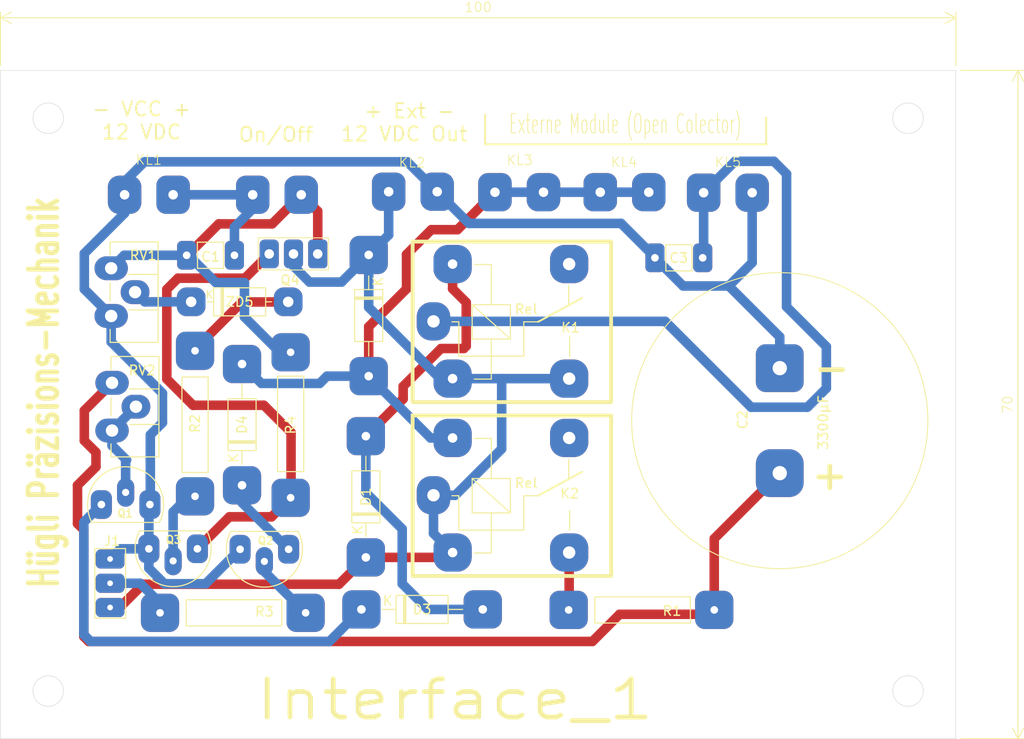
<source format=kicad_pcb>
(kicad_pcb (version 20241229) (generator "pcbnew") (generator_version "9.0")
  (title_block (title "Interface_1") (date "12.01.2026") (rev "0.0-1") (company "Hügli Präzisions-Mechanik"))
  (layers (0 "F.Cu" signal) (2 "B.Cu" signal) (13 "F.Paste" user) (15 "B.Paste" user) (5 "F.SilkS" user "F.Silkscreen") (7 "B.SilkS" user "B.Silkscreen") (1 "F.Mask" user) (3 "B.Mask" user) (25 "Edge.Cuts" user))
  (net 0 "")
  (net 1 "Net-(KL1-Pin_1)")
  (net 2 "Net-(D1-K)")
  (net 3 "Net-(C2-Pad1)")
  (net 4 "Net-(KL5-Pin_1)")
  (net 5 "Net-(D1-A)")
  (net 6 "Net-(D2-A)")
  (net 7 "Net-(D3-K)")
  (net 8 "Net-(D4-K)")
  (net 9 "Net-(J1-Pin_2)")
  (net 10 "Net-(Q1-B)")
  (net 11 "Net-(Q2-B)")
  (net 12 "Net-(J1-Pin_3)")
  (net 13 "Net-(Q3-B)")
  (net 14 "Net-(Q3-C)")
  (net 15 "Net-(Q4-S)")
  (net 17 "Net-(K2-Pad3)")
  (net 19 "Net-(ZD5-A)")
  (net 20 "Net-(ZD5-K)")
  (footprint "Eigene Footpriths:Relay_1 x Um_Print_SRD" (layer "F.Cu") (at 92.6084 72.4438)
    (property "Reference" "K2" (at 14.2494 -0.1808 0) (layer "F.SilkS"))
    (property "Value" "Relay_SRD" (hide yes))
    (fp_line (start 2.65 0.05) (end 1.9304 0.05) (stroke (width 0.12)) (layer "F.SilkS"))
    (fp_line (start 2.65 0.05) (end 2.65 3.65) (stroke (width 0.12)) (layer "F.SilkS"))
    (fp_line (start 4.05 -1.75) (end 8.05 -1.75) (stroke (width 0.12)) (layer "F.SilkS"))
    (fp_line (start 4.05 1.85) (end 4.05 -1.75) (stroke (width 0.12)) (layer "F.SilkS"))
    (fp_line (start 4.2672 6.05) (end 6.05 6.05) (stroke (width 0.12)) (layer "F.SilkS"))
    (fp_line (start 6.05 -5.95) (end 4.2926 -5.95) (stroke (width 0.12)) (layer "F.SilkS"))
    (fp_line (start 6.05 -5.95) (end 6.05 -1.75) (stroke (width 0.12)) (layer "F.SilkS"))
    (fp_line (start 6.05 1.85) (end 6.05 6.05) (stroke (width 0.12)) (layer "F.SilkS"))
    (fp_line (start 8.05 -1.75) (end 8.05 1.85) (stroke (width 0.12)) (layer "F.SilkS"))
    (fp_line (start 8.05 1.85) (end 4.05 -1.75) (stroke (width 0.12)) (layer "F.SilkS"))
    (fp_line (start 8.05 1.85) (end 4.05 1.85) (stroke (width 0.12)) (layer "F.SilkS"))
    (fp_line (start 9.45 0.05) (end 9.45 3.65) (stroke (width 0.12)) (layer "F.SilkS"))
    (fp_line (start 9.45 0.05) (end 10.95 0.05) (stroke (width 0.12)) (layer "F.SilkS"))
    (fp_line (start 9.45 3.65) (end 2.65 3.65) (stroke (width 0.12)) (layer "F.SilkS"))
    (fp_line (start 10.95 0.05) (end 15.55 -2.45) (stroke (width 0.2)) (layer "F.SilkS"))
    (fp_line (start 14.15 -3.7592) (end 14.15 -1.7) (stroke (width 0.12)) (layer "F.SilkS"))
    (fp_line (start 14.2494 1.612) (end 14.2494 3.6712) (stroke (width 0.12)) (layer "F.SilkS"))
    (fp_rect (start -2.1844 -8.3566) (end 18.5928 8.4582) (stroke (width 0.4)) (fill no) (layer "F.SilkS"))
    (fp_text user "Rel" (at 9.7028 -1.27 0) (layer "F.SilkS"))
    (pad "1" thru_hole roundrect (at 0 0 90) (size 4 3.5) (drill 1.3) (layers "*.Cu" "*.Mask") (roundrect_rratio 0.4285714286) (net 2 "Net-(D1-K)"))
    (pad "2" thru_hole roundrect (at 2 6 90) (size 4 4) (drill 1) (layers "*.Cu" "*.Mask") (roundrect_rratio 0.375) (net 2 "Net-(D1-K)"))
    (pad "3" thru_hole roundrect (at 14.2 6 90) (size 4 4) (drill 1.3) (layers "*.Cu" "*.Mask") (roundrect_rratio 0.375) (net 17 "Net-(K2-Pad3)"))
    (pad "4" thru_hole roundrect (at 14.2 -6 90) (size 4 4) (drill 1.3) (layers "*.Cu" "*.Mask") (roundrect_rratio 0.375))
    (pad "5" thru_hole roundrect (at 2 -6 90) (size 4 4) (drill 1) (layers "*.Cu" "*.Mask") (roundrect_rratio 0.375) (net 6 "Net-(D2-A)"))
  )
  (footprint "Eigene Footpriths:C-Keramic" (layer "F.Cu") (at 71.77295 47.3066 180)
    (property "Reference" "C1" (at 2.4892 -0.1524 0) (layer "F.SilkS"))
    (property "Value" "C_Small" (hide yes))
    (fp_line (start 3.88713 1.370496) (end 1.143 1.3716) (stroke (width 0.12)) (layer "F.SilkS"))
    (fp_line (start 3.8608 -1.37) (end 3.886423 1.37) (stroke (width 0.12)) (layer "F.SilkS"))
    (fp_line (start 1.143 1.3716) (end 1.143 -1.3623) (stroke (width 0.12)) (layer "F.SilkS"))
    (fp_line (start 1.143 -1.3716) (end 3.8608 -1.37) (stroke (width 0.12)) (layer "F.SilkS"))
    (pad "1" thru_hole roundrect (at 0 0 180) (size 2 3) (drill 0.8) (layers "*.Cu" "*.Mask") (net 1 "Net-(KL1-Pin_1)"))
    (pad "2" thru_hole roundrect (at 5 0 180) (size 2 3) (drill 0.8) (layers "*.Cu" "*.Mask") (net 15 "Net-(Q4-S)"))
  )
  (footprint "Eigene Footpriths:Schraubklemme" (layer "F.Cu") (at 110.06535 40.7026)
    (property "Reference" "KL4" (at 2.4892 -3.1496 0) (layer "F.SilkS") (effects (font (thickness 0.1))))
    (property "Value" "Schraubklemme" (hide yes))
    (pad "1" thru_hole roundrect (at 0 0) (size 3.5 4) (drill 1) (layers "*.Cu" "*.Mask") (roundrect_rratio 0.2857142857) (net 6 "Net-(D2-A)") (clearance 0))
    (pad "2" thru_hole roundrect (at 5.08 0) (size 3.5 4) (drill 1) (layers "*.Cu" "*.Mask") (roundrect_rratio 0.3333333333) (net 6 "Net-(D2-A)") (clearance 0))
  )
  (footprint "Eigene Footpriths:Schraubklemme" (layer "F.Cu") (at 120.88575 40.7534)
    (property "Reference" "KL5" (at 2.54 -3.2004 0) (layer "F.SilkS") (effects (font (thickness 0.1))))
    (property "Value" "Schraubklemme" (hide yes))
    (pad "1" thru_hole roundrect (at 0 0) (size 3.5 4) (drill 1) (layers "*.Cu" "*.Mask") (roundrect_rratio 0.2857142857) (net 4 "Net-(KL5-Pin_1)") (clearance 0))
    (pad "2" thru_hole roundrect (at 5.08 0) (size 3.5 4) (drill 1) (layers "*.Cu" "*.Mask") (roundrect_rratio 0.3333333333) (net 12 "Net-(J1-Pin_3)") (clearance 0))
  )
  (footprint "Eigene Footpriths:Z-Diode" (layer "F.Cu") (at 67.24095 52.1834)
    (property "Reference" "ZD5" (at 5.08 0 0) (layer "F.SilkS"))
    (property "Value" "Z-Diode 9.1V" (hide yes))
    (fp_line (start 1.7018 0) (end 2.36 0) (stroke (width 0.12)) (layer "F.SilkS"))
    (fp_line (start 3.14 -1.47) (end 3.14 1.47) (stroke (width 0.12)) (layer "F.SilkS"))
    (fp_line (start 3.26 -1.47) (end 3.26 1.47) (stroke (width 0.12)) (layer "F.SilkS"))
    (fp_line (start 3.38 -1.47) (end 3.38 1.47) (stroke (width 0.12)) (layer "F.SilkS"))
    (fp_line (start 8.4074 0) (end 7.8 0) (stroke (width 0.12)) (layer "F.SilkS"))
    (fp_rect (start 2.36 -1.47) (end 7.8 1.47) (stroke (width 0.12)) (fill no) (layer "F.SilkS"))
    (fp_text user "K" (at 1.92325 -0.7484 0) (layer "F.SilkS") (effects (font (size 0.8 0.8) (thickness 0.125))))
    (pad "1" thru_hole roundrect (at 0 0) (size 3 3) (drill 1.1) (layers "*.Cu" "*.Mask") (roundrect_rratio 0.3333333333) (net 20 "Net-(ZD5-K)"))
    (pad "2" thru_hole roundrect (at 10.16 0) (size 3 3) (drill 1.1) (layers "*.Cu" "*.Mask") (roundrect_rratio 0.3333333333) (net 19 "Net-(ZD5-A)"))
  )
  (footprint "Eigene Footpriths:TO-220-3_Vertical" (layer "F.Cu") (at 75.4126 47.1678)
    (property "Reference" "Q4" (at 2.1844 2.7432 0) (layer "F.SilkS"))
    (property "Value" "MOSFET_P-Kanal_TO220" (hide yes))
    (fp_rect (start -1.1498 -1.691) (end 6.2095 1.68) (stroke (width 0.1)) (fill no) (layer "F.SilkS"))
    (pad "1" thru_hole roundrect (at 0 0) (size 2 3) (drill 1) (layers "*.Cu" "*.Mask") (net 14 "Net-(Q3-C)"))
    (pad "2" thru_hole roundrect (at 2.54 0) (size 2 3) (drill 1) (layers "*.Cu" "*.Mask") (net 2 "Net-(D1-K)"))
    (pad "3" thru_hole roundrect (at 5.08 0) (size 2 3) (drill 1) (layers "*.Cu" "*.Mask") (roundrect_rratio 0.2) (net 15 "Net-(Q4-S)"))
  )
  (footprint "Eigene Footpriths:Widerstand 15.24  mm" (layer "F.Cu") (at 67.64735 72.5542 90)
    (property "Reference" "R2" (at 7.62 0 90) (layer "F.SilkS"))
    (property "Value" "1K" (hide yes))
    (fp_rect (start 2.5 -1.37) (end 12.5 1.37) (stroke (width 0.12)) (fill no) (layer "F.SilkS"))
    (pad "1" thru_hole roundrect (at 0 0 90) (size 4 4) (drill 0.8) (layers "*.Cu" "*.Mask") (net 13 "Net-(Q3-B)"))
    (pad "2" thru_hole roundrect (at 15.24 0 90) (size 4 4) (drill 0.8) (layers "*.Cu" "*.Mask") (net 19 "Net-(ZD5-A)"))
  )
  (footprint "Eigene Footpriths:Schraubklemme" (layer "F.Cu") (at 87.91655 40.6518)
    (property "Reference" "KL2" (at 2.4384 -3.048 0) (layer "F.SilkS") (effects (font (thickness 0.1))))
    (property "Value" "Schraubklemme" (hide yes))
    (pad "1" thru_hole roundrect (at 0 0) (size 3.5 4) (drill 1) (layers "*.Cu" "*.Mask") (roundrect_rratio 0.2857142857) (net 2 "Net-(D1-K)") (clearance 0))
    (pad "2" thru_hole roundrect (at 5.08 0) (size 3.5 4) (drill 1) (layers "*.Cu" "*.Mask") (roundrect_rratio 0.3333333333) (net 12 "Net-(J1-Pin_3)") (clearance 0))
  )
  (footprint "Eigene Footpriths:Stiftanschluss_3_Pin" (layer "F.Cu") (at 58.75735 84.201 180)
    (property "Reference" "J1" (at -0.19605 6.9596 0) (layer "F.SilkS"))
    (property "Value" "Conn_01x03_Pin" (hide yes))
    (fp_line (start 1.6002 -1.1176) (end 1.6002 6.1722) (stroke (width 0.12)) (layer "F.SilkS"))
    (fp_line (start -1.6002 -1.1176) (end 1.6002 -1.1176) (stroke (width 0.12)) (layer "F.SilkS"))
    (fp_line (start -1.6086 6.1722) (end 1.6002 6.1722) (stroke (width 0.12)) (layer "F.SilkS"))
    (fp_line (start -1.625881 -1.1176) (end -1.616913 6.1722) (stroke (width 0.12)) (layer "F.SilkS"))
    (pad "1" thru_hole roundrect (at 0 0 180) (size 3 2) (drill 0.6) (layers "*.Cu" "*.Mask") (net 2 "Net-(D1-K)"))
    (pad "2" thru_hole roundrect (at 0 2.54 180) (size 3 2) (drill 0.6) (layers "*.Cu" "*.Mask") (net 9 "Net-(J1-Pin_2)"))
    (pad "3" thru_hole roundrect (at 0 5.08 180) (size 3 2) (drill 0.6) (layers "*.Cu" "*.Mask") (net 12 "Net-(J1-Pin_3)"))
  )
  (footprint "Eigene Footpriths:Diode 12.7mm" (layer "F.Cu") (at 72.5678 71.3994 90)
    (property "Reference" "D4" (at 6.35 0 90) (layer "F.SilkS"))
    (property "Value" "1N4007" (hide yes))
    (fp_line (start 4.65 -1.47) (end 4.65 1.47) (stroke (width 0.12)) (layer "F.SilkS"))
    (fp_line (start 4.53 -1.47) (end 4.53 1.47) (stroke (width 0.12)) (layer "F.SilkS"))
    (fp_line (start 4.41 -1.47) (end 4.41 1.47) (stroke (width 0.12)) (layer "F.SilkS"))
    (fp_line (start 10.6 0) (end 9.07 0) (stroke (width 0.12)) (layer "F.SilkS"))
    (fp_line (start 2.2 0) (end 3.63 0) (stroke (width 0.12)) (layer "F.SilkS"))
    (fp_rect (start 3.63 -1.47) (end 9.07 1.47) (stroke (width 0.12)) (fill no) (layer "F.SilkS"))
    (fp_text user "K" (at 2.8584 -0.90725 90) (layer "F.SilkS"))
    (pad "1" thru_hole roundrect (at 0 0 90) (size 4 4) (drill 0.9) (layers "*.Cu" "*.Mask") (net 8 "Net-(D4-K)"))
    (pad "2" thru_hole roundrect (at 12.7 0 90) (size 4 4) (drill 0.9) (layers "*.Cu" "*.Mask") (net 6 "Net-(D2-A)"))
  )
  (footprint "Eigene Footpriths:Widerstand 15.24  mm" (layer "F.Cu") (at 121.9962 84.455 180)
    (property "Reference" "R1" (at 4.4196 -0.0996 0) (layer "F.SilkS"))
    (property "Value" "120R" (hide yes))
    (fp_rect (start 2.5 -1.37) (end 12.5 1.37) (stroke (width 0.12)) (fill no) (layer "F.SilkS"))
    (pad "1" thru_hole roundrect (at 0 0 180) (size 4 4) (drill 0.8) (layers "*.Cu" "*.Mask") (net 3 "Net-(C2-Pad1)"))
    (pad "2" thru_hole roundrect (at 15.24 0 180) (size 4 4) (drill 0.8) (layers "*.Cu" "*.Mask") (net 17 "Net-(K2-Pad3)"))
  )
  (footprint "Eigene Footpriths:Schalter Anschluss" (layer "F.Cu") (at 73.6854 40.9702)
    (property "Reference" "SW1" (hide yes))
    (property "Value" "Ein/Aus Schalter" (hide yes))
    (pad "1" thru_hole roundrect (at 0 0) (size 3.5 4) (drill 1) (layers "*.Cu" "*.Mask") (roundrect_rratio 0.2857142857) (net 1 "Net-(KL1-Pin_1)") (clearance 0))
    (pad "2" thru_hole roundrect (at 5.08 0) (size 3.5 4) (drill 1) (layers "*.Cu" "*.Mask") (roundrect_rratio 0.3333333333) (net 15 "Net-(Q4-S)") (clearance 0))
  )
  (footprint "Eigene Footpriths:Diode 12.7mm" (layer "F.Cu") (at 85.8266 47.2694 -90)
    (property "Reference" "D2" (hide yes))
    (property "Value" "1N4001" (hide yes))
    (fp_line (start 2.2 0) (end 3.63 0) (stroke (width 0.12)) (layer "F.SilkS"))
    (fp_line (start 10.6 0) (end 9.07 0) (stroke (width 0.12)) (layer "F.SilkS"))
    (fp_line (start 4.41 -1.47) (end 4.41 1.47) (stroke (width 0.12)) (layer "F.SilkS"))
    (fp_line (start 4.53 -1.47) (end 4.53 1.47) (stroke (width 0.12)) (layer "F.SilkS"))
    (fp_line (start 4.65 -1.47) (end 4.65 1.47) (stroke (width 0.12)) (layer "F.SilkS"))
    (fp_rect (start 3.63 -1.47) (end 9.07 1.47) (stroke (width 0.12)) (fill no) (layer "F.SilkS"))
    (fp_text user "K" (at 2.7748 -0.99635 90) (layer "F.SilkS"))
    (pad "1" thru_hole roundrect (at 0 0 270) (size 4 4) (drill 0.9) (layers "*.Cu" "*.Mask") (net 2 "Net-(D1-K)"))
    (pad "2" thru_hole roundrect (at 12.7 0 270) (size 4 4) (drill 0.9) (layers "*.Cu" "*.Mask") (net 6 "Net-(D2-A)"))
  )
  (footprint "Eigene Footpriths:Transistor TO-92" (layer "F.Cu") (at 76.1746 78.105 180)
    (property "Reference" "Q2" (at 1.143 0.9008 180) (layer "F.SilkS") (effects (font (size 0.8 0.8))))
    (property "Value" "BC337" (hide yes))
    (fp_line (start -2.2606 1.875396) (end 4.794507 1.875397) (stroke (width 0.12)) (layer "F.SilkS"))
    (fp_arc (start -2.2606 1.875396) (mid 1.242532 -3.957761) (end 4.816928 1.832001) (stroke (width 0.12)) (layer "F.SilkS"))
    (pad "1" thru_hole roundrect (at -1.27 0 180) (size 2.2 3) (drill 0.8) (layers "*.Cu" "*.Mask") (roundrect_rratio 0.3636363636) (net 8 "Net-(D4-K)"))
    (pad "2" thru_hole roundrect (at 1.27 -1.27 180) (size 1.8 3) (drill 0.75) (layers "*.Cu" "*.Mask") (roundrect_rratio 0.5) (net 11 "Net-(Q2-B)"))
    (pad "3" thru_hole roundrect (at 3.81 0 180) (size 2.2 3) (drill 0.8) (layers "*.Cu" "*.Mask") (roundrect_rratio 0.3636363636) (net 12 "Net-(J1-Pin_3)"))
  )
  (footprint "Eigene Footpriths:Transistor TO-92" (layer "F.Cu") (at 66.6242 78.0542 180)
    (property "Reference" "Q3" (at 1.22635 0.9516 180) (layer "F.SilkS") (effects (font (size 0.8 0.8))))
    (property "Value" "BC337" (hide yes))
    (fp_line (start -2.2606 1.875396) (end 4.794507 1.875397) (stroke (width 0.12)) (layer "F.SilkS"))
    (fp_arc (start -2.2606 1.875396) (mid 1.242532 -3.957761) (end 4.816928 1.832001) (stroke (width 0.12)) (layer "F.SilkS"))
    (pad "1" thru_hole roundrect (at -1.27 0 180) (size 2.2 3) (drill 0.8) (layers "*.Cu" "*.Mask") (roundrect_rratio 0.3636363636) (net 14 "Net-(Q3-C)"))
    (pad "2" thru_hole roundrect (at 1.27 -1.27 180) (size 1.8 3) (drill 0.75) (layers "*.Cu" "*.Mask") (roundrect_rratio 0.5) (net 13 "Net-(Q3-B)"))
    (pad "3" thru_hole roundrect (at 3.81 0 180) (size 2.2 3) (drill 0.8) (layers "*.Cu" "*.Mask") (roundrect_rratio 0.3636363636) (net 12 "Net-(J1-Pin_3)"))
  )
  (footprint "Eigene Footpriths:Elko_3300µF_100V" (layer "F.Cu") (at 128.8542 70.1294 90)
    (property "Reference" "C2" (at 5.59 -3.89 90) (layer "F.SilkS"))
    (property "Value" "3300µF" (at 5.31 4.55 90) (layer "F.SilkS"))
    (fp_circle (center 5.5 0) (end 21 0) (stroke (width 0.1)) (fill no) (layer "F.SilkS"))
    (pad "1" thru_hole roundrect (at 0 0 90) (size 5 5) (drill 1.5) (layers "*.Cu" "*.Mask") (roundrect_rratio 0.3) (net 3 "Net-(C2-Pad1)"))
    (pad "2" thru_hole roundrect (at 11 0 90) (size 5 5) (drill 1.5) (layers "*.Cu" "*.Mask") (roundrect_rratio 0.2) (net 12 "Net-(J1-Pin_3)"))
  )
  (footprint "Eigene Footpriths:C-Keramic" (layer "F.Cu") (at 115.7878 47.5742)
    (property "Reference" "C3" (at 2.4892 0.014 0) (layer "F.SilkS"))
    (property "Value" "C_Small" (hide yes))
    (fp_line (start 1.143 -1.3716) (end 3.8608 -1.37) (stroke (width 0.12)) (layer "F.SilkS"))
    (fp_line (start 1.143 1.3716) (end 1.143 -1.3623) (stroke (width 0.12)) (layer "F.SilkS"))
    (fp_line (start 3.8608 -1.37) (end 3.886423 1.37) (stroke (width 0.12)) (layer "F.SilkS"))
    (fp_line (start 3.88713 1.370496) (end 1.143 1.3716) (stroke (width 0.12)) (layer "F.SilkS"))
    (pad "1" thru_hole roundrect (at 0 0) (size 2 3) (drill 0.8) (layers "*.Cu" "*.Mask") (net 12 "Net-(J1-Pin_3)"))
    (pad "2" thru_hole roundrect (at 5 0) (size 2 3) (drill 0.8) (layers "*.Cu" "*.Mask") (net 4 "Net-(KL5-Pin_1)"))
  )
  (footprint "Eigene Footpriths:Schraubklemme" (layer "F.Cu") (at 99.04175 40.7026)
    (property "Reference" "KL3" (at 2.5908 -3.3528 0) (layer "F.SilkS") (effects (font (thickness 0.1))))
    (property "Value" "Schraubklemme" (hide yes))
    (pad "1" thru_hole roundrect (at 0 0) (size 3.5 4) (drill 1) (layers "*.Cu" "*.Mask") (roundrect_rratio 0.2857142857) (net 6 "Net-(D2-A)") (clearance 0))
    (pad "2" thru_hole roundrect (at 5.08 0) (size 3.5 4) (drill 1) (layers "*.Cu" "*.Mask") (roundrect_rratio 0.3333333333) (net 6 "Net-(D2-A)") (clearance 0))
  )
  (footprint "Eigene Footpriths:Schraubklemme" (layer "F.Cu") (at 65.3542 40.9702 180)
    (property "Reference" "KL1" (at 2.54 3.6576 0) (layer "F.SilkS") (effects (font (thickness 0.1))))
    (property "Value" "Schraubklemme" (hide yes))
    (pad "1" thru_hole roundrect (at 0 0 180) (size 3.5 4) (drill 1) (layers "*.Cu" "*.Mask") (roundrect_rratio 0.2857142857) (net 1 "Net-(KL1-Pin_1)") (clearance 0))
    (pad "2" thru_hole roundrect (at 5.08 0 180) (size 3.5 4) (drill 1) (layers "*.Cu" "*.Mask") (roundrect_rratio 0.3333333333) (net 12 "Net-(J1-Pin_3)") (clearance 0))
  )
  (footprint "Eigene Footpriths:Widerstand 15.24  mm" (layer "F.Cu") (at 77.65495 57.4666 -90)
    (property "Reference" "R4" (at 7.62 0 90) (layer "F.SilkS"))
    (property "Value" "10K" (hide yes))
    (fp_rect (start 2.5 -1.37) (end 12.5 1.37) (stroke (width 0.12)) (fill no) (layer "F.SilkS"))
    (pad "1" thru_hole roundrect (at 0 0 270) (size 4 4) (drill 0.8) (layers "*.Cu" "*.Mask") (net 15 "Net-(Q4-S)"))
    (pad "2" thru_hole roundrect (at 15.24 0 270) (size 4 4) (drill 0.8) (layers "*.Cu" "*.Mask") (net 14 "Net-(Q3-C)"))
  )
  (footprint "Eigene Footpriths:Transistor TO-92" (layer "F.Cu") (at 59.11295 73.4178)
    (property "Reference" "Q1" (at 1.21205 0.928 0) (layer "F.SilkS") (effects (font (size 0.8 0.8))))
    (property "Value" "BC337" (hide yes))
    (fp_line (start -2.2606 1.875396) (end 4.794507 1.875397) (stroke (width 0.12)) (layer "F.SilkS"))
    (fp_arc (start -2.2606 1.875396) (mid 1.242532 -3.957761) (end 4.816928 1.832001) (stroke (width 0.12)) (layer "F.SilkS"))
    (pad "1" thru_hole roundrect (at -1.27 0) (size 2.2 3) (drill 0.8) (layers "*.Cu" "*.Mask") (roundrect_rratio 0.3636363636) (net 7 "Net-(D3-K)"))
    (pad "2" thru_hole roundrect (at 1.27 -1.27) (size 1.8 3) (drill 0.75) (layers "*.Cu" "*.Mask") (roundrect_rratio 0.5) (net 10 "Net-(Q1-B)"))
    (pad "3" thru_hole roundrect (at 3.81 0) (size 2.2 3) (drill 0.8) (layers "*.Cu" "*.Mask") (roundrect_rratio 0.3636363636) (net 12 "Net-(J1-Pin_3)"))
  )
  (footprint "Eigene Footpriths:Trim_Potentiometer__Horizontal" (layer "F.Cu") (at 58.96055 60.667)
    (property "Reference" "RV2" (at 3.1496 -1.2992 0) (layer "F.SilkS"))
    (property "Value" "10K")
    (fp_line (start -0.11 -2.76) (end 4.91 -2.76) (stroke (width 0.12)) (layer "F.SilkS"))
    (fp_line (start -0.11 -1.396) (end -0.11 -2.76) (stroke (width 0.12)) (layer "F.SilkS"))
    (fp_line (start -0.11 3.42) (end -0.11 1.58) (stroke (width 0.12)) (layer "F.SilkS"))
    (fp_line (start -0.11 7.76) (end -0.11 6.396) (stroke (width 0.12)) (layer "F.SilkS"))
    (fp_line (start 1.78 0.64) (end 4.91 0.64) (stroke (width 0.12)) (layer "F.SilkS"))
    (fp_line (start 4.91 -2.76) (end 4.91 7.76) (stroke (width 0.12)) (layer "F.SilkS"))
    (fp_line (start 4.91 0.64) (end 4.91 4.36) (stroke (width 0.12)) (layer "F.SilkS"))
    (fp_line (start 4.91 4.36) (end 1.85 4.36) (stroke (width 0.12)) (layer "F.SilkS"))
    (fp_line (start 4.91 7.76) (end -0.11 7.76) (stroke (width 0.12)) (layer "F.SilkS"))
    (pad "1" thru_hole roundrect (at 0 0) (size 3.5 2.5) (drill 1.3) (layers "*.Cu" "*.Mask") (roundrect_rratio 0.5) (net 3 "Net-(C2-Pad1)"))
    (pad "2" thru_hole roundrect (at 2.5 2.5) (size 3 2.5) (drill 1.3) (layers "*.Cu" "*.Mask") (roundrect_rratio 0.48) (net 10 "Net-(Q1-B)"))
    (pad "3" thru_hole roundrect (at 0 5) (size 3.5 2.5) (drill 1.3) (layers "*.Cu" "*.Mask") (roundrect_rratio 0.5) (net 10 "Net-(Q1-B)"))
  )
  (footprint "Eigene Footpriths:Widerstand 15.24  mm" (layer "F.Cu") (at 79.2226 84.7598 180)
    (property "Reference" "R3" (at 4.318 0.1192 0) (layer "F.SilkS"))
    (property "Value" "220R" (hide yes))
    (fp_rect (start 2.5 -1.37) (end 12.5 1.37) (stroke (width 0.12)) (fill no) (layer "F.SilkS"))
    (pad "1" thru_hole roundrect (at 0 0 180) (size 4 4) (drill 0.8) (layers "*.Cu" "*.Mask") (net 11 "Net-(Q2-B)"))
    (pad "2" thru_hole roundrect (at 15.24 0 180) (size 4 4) (drill 0.8) (layers "*.Cu" "*.Mask") (net 9 "Net-(J1-Pin_2)"))
  )
  (footprint "Eigene Footpriths:Trim_Potentiometer__Horizontal" (layer "F.Cu") (at 58.86975 48.6674)
    (property "Reference" "RV1" (at 3.3528 -1.35 0) (layer "F.SilkS"))
    (property "Value" "50K")
    (fp_line (start -0.11 -2.76) (end 4.91 -2.76) (stroke (width 0.12)) (layer "F.SilkS"))
    (fp_line (start -0.11 -1.396) (end -0.11 -2.76) (stroke (width 0.12)) (layer "F.SilkS"))
    (fp_line (start -0.11 3.42) (end -0.11 1.58) (stroke (width 0.12)) (layer "F.SilkS"))
    (fp_line (start -0.11 7.76) (end -0.11 6.396) (stroke (width 0.12)) (layer "F.SilkS"))
    (fp_line (start 1.78 0.64) (end 4.91 0.64) (stroke (width 0.12)) (layer "F.SilkS"))
    (fp_line (start 4.91 -2.76) (end 4.91 7.76) (stroke (width 0.12)) (layer "F.SilkS"))
    (fp_line (start 4.91 0.64) (end 4.91 4.36) (stroke (width 0.12)) (layer "F.SilkS"))
    (fp_line (start 4.91 4.36) (end 1.85 4.36) (stroke (width 0.12)) (layer "F.SilkS"))
    (fp_line (start 4.91 7.76) (end -0.11 7.76) (stroke (width 0.12)) (layer "F.SilkS"))
    (pad "1" thru_hole roundrect (at 0 0) (size 3.5 2.5) (drill 1.3) (layers "*.Cu" "*.Mask") (roundrect_rratio 0.5) (net 15 "Net-(Q4-S)"))
    (pad "2" thru_hole roundrect (at 2.5 2.5) (size 3 2.5) (drill 1.3) (layers "*.Cu" "*.Mask") (roundrect_rratio 0.48) (net 20 "Net-(ZD5-K)"))
    (pad "3" thru_hole roundrect (at 0 5) (size 3.5 2.5) (drill 1.3) (layers "*.Cu" "*.Mask") (roundrect_rratio 0.5) (net 12 "Net-(J1-Pin_3)"))
  )
  (footprint "Eigene Footpriths:Diode 12.7mm" (layer "F.Cu") (at 85.52895 78.955 90)
    (property "Reference" "D1" (at 6.35 0 90) (layer "F.SilkS"))
    (property "Value" "1N4001" (hide yes))
    (fp_line (start 4.65 -1.47) (end 4.65 1.47) (stroke (width 0.12)) (layer "F.SilkS"))
    (fp_line (start 4.53 -1.47) (end 4.53 1.47) (stroke (width 0.12)) (layer "F.SilkS"))
    (fp_line (start 4.41 -1.47) (end 4.41 1.47) (stroke (width 0.12)) (layer "F.SilkS"))
    (fp_line (start 10.6 0) (end 9.07 0) (stroke (width 0.12)) (layer "F.SilkS"))
    (fp_line (start 2.2 0) (end 3.63 0) (stroke (width 0.12)) (layer "F.SilkS"))
    (fp_rect (start 3.63 -1.47) (end 9.07 1.47) (stroke (width 0.12)) (fill no) (layer "F.SilkS"))
    (fp_text user "K" (at 2.882 -0.87075 90) (layer "F.SilkS"))
    (pad "1" thru_hole roundrect (at 0 0 90) (size 4 4) (drill 0.9) (layers "*.Cu" "*.Mask") (net 2 "Net-(D1-K)"))
    (pad "2" thru_hole roundrect (at 12.7 0 90) (size 4 4) (drill 0.9) (layers "*.Cu" "*.Mask") (net 5 "Net-(D1-A)"))
  )
  (footprint "Eigene Footpriths:Diode 12.7mm" (layer "F.Cu") (at 85.0646 84.4042)
    (property "Reference" "D3" (at 6.35 0 0) (layer "F.SilkS"))
    (property "Value" "1N4007" (hide yes))
    (fp_line (start 2.2 0) (end 3.63 0) (stroke (width 0.12)) (layer "F.SilkS"))
    (fp_line (start 4.41 -1.47) (end 4.41 1.47) (stroke (width 0.12)) (layer "F.SilkS"))
    (fp_line (start 4.53 -1.47) (end 4.53 1.47) (stroke (width 0.12)) (layer "F.SilkS"))
    (fp_line (start 4.65 -1.47) (end 4.65 1.47) (stroke (width 0.12)) (layer "F.SilkS"))
    (fp_line (start 10.6 0) (end 9.07 0) (stroke (width 0.12)) (layer "F.SilkS"))
    (fp_rect (start 3.63 -1.47) (end 9.07 1.47) (stroke (width 0.12)) (fill no) (layer "F.SilkS"))
    (fp_text user "K" (at 2.7432 -0.9144 0) (layer "F.SilkS"))
    (pad "1" thru_hole roundrect (at 0 0) (size 4 4) (drill 0.9) (layers "*.Cu" "*.Mask") (net 7 "Net-(D3-K)"))
    (pad "2" thru_hole roundrect (at 12.7 0) (size 4 4) (drill 0.9) (layers "*.Cu" "*.Mask") (net 5 "Net-(D1-A)"))
  )
  (footprint "Eigene Footpriths:Relay_1 x Um_Print_SRD" (layer "F.Cu") (at 92.6084 54.229)
    (property "Reference" "K1" (at 14.351 0.6604 0) (layer "F.SilkS"))
    (property "Value" "Relay_SRD" (hide yes))
    (fp_line (start 2.65 0.05) (end 1.9304 0.05) (stroke (width 0.12)) (layer "F.SilkS"))
    (fp_line (start 2.65 0.05) (end 2.65 3.65) (stroke (width 0.12)) (layer "F.SilkS"))
    (fp_line (start 4.05 -1.75) (end 8.05 -1.75) (stroke (width 0.12)) (layer "F.SilkS"))
    (fp_line (start 4.05 1.85) (end 4.05 -1.75) (stroke (width 0.12)) (layer "F.SilkS"))
    (fp_line (start 4.2672 6.05) (end 6.05 6.05) (stroke (width 0.12)) (layer "F.SilkS"))
    (fp_line (start 6.05 -5.95) (end 4.2926 -5.95) (stroke (width 0.12)) (layer "F.SilkS"))
    (fp_line (start 6.05 -5.95) (end 6.05 -1.75) (stroke (width 0.12)) (layer "F.SilkS"))
    (fp_line (start 6.05 1.85) (end 6.05 6.05) (stroke (width 0.12)) (layer "F.SilkS"))
    (fp_line (start 8.05 -1.75) (end 8.05 1.85) (stroke (width 0.12)) (layer "F.SilkS"))
    (fp_line (start 8.05 1.85) (end 4.05 -1.75) (stroke (width 0.12)) (layer "F.SilkS"))
    (fp_line (start 8.05 1.85) (end 4.05 1.85) (stroke (width 0.12)) (layer "F.SilkS"))
    (fp_line (start 9.45 0.05) (end 9.45 3.65) (stroke (width 0.12)) (layer "F.SilkS"))
    (fp_line (start 9.45 0.05) (end 10.95 0.05) (stroke (width 0.12)) (layer "F.SilkS"))
    (fp_line (start 9.45 3.65) (end 2.65 3.65) (stroke (width 0.12)) (layer "F.SilkS"))
    (fp_line (start 10.95 0.05) (end 15.55 -2.45) (stroke (width 0.2)) (layer "F.SilkS"))
    (fp_line (start 14.15 -3.7592) (end 14.15 -1.7) (stroke (width 0.12)) (layer "F.SilkS"))
    (fp_line (start 14.2494 1.612) (end 14.2494 3.6712) (stroke (width 0.12)) (layer "F.SilkS"))
    (fp_rect (start -2.1844 -8.3566) (end 18.5928 8.4582) (stroke (width 0.4)) (fill no) (layer "F.SilkS"))
    (fp_text user "Rel" (at 9.7028 -1.27 0) (layer "F.SilkS"))
    (pad "1" thru_hole roundrect (at 0 0 90) (size 4 3.5) (drill 1.3) (layers "*.Cu" "*.Mask") (roundrect_rratio 0.4285714286) (net 4 "Net-(KL5-Pin_1)"))
    (pad "2" thru_hole roundrect (at 2 6 90) (size 4 4) (drill 1) (layers "*.Cu" "*.Mask") (roundrect_rratio 0.375) (net 2 "Net-(D1-K)"))
    (pad "3" thru_hole roundrect (at 14.2 6 90) (size 4 4) (drill 1.3) (layers "*.Cu" "*.Mask") (roundrect_rratio 0.375) (net 2 "Net-(D1-K)"))
    (pad "4" thru_hole roundrect (at 14.2 -6 90) (size 4 4) (drill 1.3) (layers "*.Cu" "*.Mask") (roundrect_rratio 0.375))
    (pad "5" thru_hole roundrect (at 2 -6 90) (size 4 4) (drill 1) (layers "*.Cu" "*.Mask") (roundrect_rratio 0.375) (net 5 "Net-(D1-A)"))
  )
  (gr_line (start 127.4318 35.687) (end 127.4318 32.893) (stroke (width 0.2)) (layer "F.SilkS"))
  (gr_line (start 98.0186 32.5882) (end 98.0186 35.687) (stroke (width 0.2)) (layer "F.SilkS"))
  (gr_line (start 98.0186 35.687) (end 127.4318 35.687) (stroke (width 0.2)) (layer "F.SilkS"))
  (gr_circle (center 142.2822 92.9502) (end 143.8822 92.9502) (stroke (width 0.05)) (fill no) (layer "Edge.Cuts"))
  (gr_circle (center 142.2822 32.9502) (end 143.8822 32.9502) (stroke (width 0.05)) (fill no) (layer "Edge.Cuts"))
  (gr_circle (center 52.2822 32.9502) (end 53.8822 32.9502) (stroke (width 0.05)) (fill no) (layer "Edge.Cuts"))
  (gr_rect (start 47.2822 27.9502) (end 147.2822 97.9502) (stroke (width 0.05)) (fill no) (layer "Edge.Cuts"))
  (gr_circle (center 52.2822 92.9502) (end 53.8822 92.9502) (stroke (width 0.05)) (fill no) (layer "Edge.Cuts"))
  (gr_text " + Ext -\n12 VDC Out\n" (at 89.535 35.4838 0) (layer "F.SilkS") (effects (font (size 1.5 1.5) (thickness 0.2)) (justify bottom)))
  (gr_text "- VCC +\n12 VDC\n" (at 62.0522 35.2806 0) (layer "F.SilkS") (effects (font (size 1.5 1.5) (thickness 0.2)) (justify bottom)))
  (gr_text "Externe Module (Open Colector)" (at 100.457 34.7218 0) (layer "F.SilkS") (effects (font (size 2 1) (thickness 0.1)) (justify left bottom)))
  (gr_text "Hügli Präzisions-Mechanik" (at 53.5686 82.423 90) (layer "F.SilkS") (effects (font (size 3 2) (thickness 0.5) (bold yes)) (justify left bottom)))
  (gr_text "On/Off" (at 76.1238 35.5346 0) (layer "F.SilkS") (effects (font (size 1.5 1.5) (thickness 0.2)) (justify bottom)))
  (gr_text "Interface_1" (at 73.6854 96.1898 0) (layer "F.SilkS") (effects (font (size 4 5) (thickness 0.5)) (justify left bottom)))
  (gr_text "-" (at 132.1054 60.833 0) (layer "F.SilkS") (effects (font (size 3 3) (thickness 0.5) (bold yes)) (justify left bottom)))
  (gr_text "+" (at 131.9022 72.0598 0) (layer "F.SilkS") (effects (font (size 3 3) (thickness 0.5) (bold yes)) (justify left bottom)))
  (dimension (type orthogonal) (layer "F.SilkS") (pts (xy 147.2822 27.9502) (xy 47.2822 27.9502)) (height -5.522) (orientation 0) (format (prefix "") (suffix "") (units 3) (units_format 0) (precision 4) (suppress_zeroes yes)) (style (thickness 0.1) (arrow_length 1.27) (text_position_mode 0) (arrow_direction outward) (extension_height 0.58642) (extension_offset 0.5) (keep_text_aligned yes)) (gr_text "100" (at 97.2822 21.3282 0) (layer "F.SilkS") (effects (font (size 1 1) (thickness 0.1)))))
  (dimension (type orthogonal) (layer "F.SilkS") (pts (xy 147.2822 27.9502) (xy 147.2822 97.9502)) (height 6.5148) (orientation 1) (format (prefix "") (suffix "") (units 3) (units_format 0) (precision 4) (suppress_zeroes yes)) (style (thickness 0.1) (arrow_length 1.27) (text_position_mode 0) (arrow_direction outward) (extension_height 0.58642) (extension_offset 0.5) (keep_text_aligned yes)) (gr_text "70" (at 152.697 62.9502 90) (layer "F.SilkS") (effects (font (size 1 1) (thickness 0.1)))))
  (segment (start 71.77295 44.35585) (end 71.77295 47.3066) (width 1) (layer "B.Cu") (net 1))
  (segment (start 73.6854 40.9702) (end 73.6854 42.4434) (width 1) (layer "B.Cu") (net 1))
  (segment (start 65.3542 40.9702) (end 73.6854 40.9702) (width 1) (layer "B.Cu") (net 1))
  (segment (start 73.6854 42.4434) (end 71.77295 44.35585) (width 1) (layer "B.Cu") (net 1))
  (segment (start 62.2046 81.7626) (end 82.72135 81.7626) (width 1) (layer "F.Cu") (net 2))
  (segment (start 82.72135 81.7626) (end 85.52895 78.955) (width 1) (layer "F.Cu") (net 2))
  (segment (start 58.75735 84.201) (end 59.7662 84.201) (width 1) (layer "F.Cu") (net 2))
  (segment (start 85.52895 78.955) (end 94.0972 78.955) (width 1) (layer "F.Cu") (net 2))
  (segment (start 59.7662 84.201) (end 62.2046 81.7626) (width 1) (layer "F.Cu") (net 2))
  (segment (start 94.0972 78.955) (end 94.6084 78.4438) (width 1) (layer "F.Cu") (net 2))
  (segment (start 92.6084 72.4438) (end 92.6084 76.4438) (width 1) (layer "B.Cu") (net 2))
  (segment (start 99.7458 67.5894) (end 99.7458 60.229) (width 1) (layer "B.Cu") (net 2))
  (segment (start 85.8266 47.2694) (end 82.9818 50.1142) (width 1) (layer "B.Cu") (net 2))
  (segment (start 99.7458 60.229) (end 106.8084 60.229) (width 1) (layer "B.Cu") (net 2))
  (segment (start 87.91655 45.17945) (end 85.8266 47.2694) (width 1) (layer "B.Cu") (net 2))
  (segment (start 92.6084 72.4438) (end 94.8914 72.4438) (width 1) (layer "B.Cu") (net 2))
  (segment (start 94.6084 60.229) (end 99.7458 60.229) (width 1) (layer "B.Cu") (net 2))
  (segment (start 87.91655 40.6518) (end 87.91655 45.17945) (width 1) (layer "B.Cu") (net 2))
  (segment (start 85.8266 52.7558) (end 85.8266 47.2694) (width 1) (layer "B.Cu") (net 2))
  (segment (start 92.6084 76.4438) (end 94.6084 78.4438) (width 1) (layer "B.Cu") (net 2))
  (segment (start 94.8914 72.4438) (end 99.7458 67.5894) (width 1) (layer "B.Cu") (net 2))
  (segment (start 93.2998 60.229) (end 85.8266 52.7558) (width 1) (layer "B.Cu") (net 2))
  (segment (start 82.9818 50.1142) (end 79.629 50.1142) (width 1) (layer "B.Cu") (net 2))
  (segment (start 79.629 50.1142) (end 77.9526 48.4378) (width 1) (layer "B.Cu") (net 2))
  (segment (start 77.9526 48.4378) (end 77.9526 47.1678) (width 1) (layer "B.Cu") (net 2))
  (segment (start 94.6084 60.229) (end 93.2998 60.229) (width 1) (layer "B.Cu") (net 2))
  (segment (start 121.9962 84.455) (end 121.9962 76.9874) (width 1) (layer "F.Cu") (net 3))
  (segment (start 56.0578 63.5762) (end 56.0578 66.7258) (width 1) (layer "F.Cu") (net 3))
  (segment (start 56.007 87.249) (end 56.515 87.757) (width 1) (layer "F.Cu") (net 3))
  (segment (start 55.3466 71.3994) (end 55.3466 75.4126) (width 1) (layer "F.Cu") (net 3))
  (segment (start 112.0902 84.9122) (end 121.539 84.9122) (width 1) (layer "F.Cu") (net 3))
  (segment (start 55.3466 75.4126) (end 56.007 76.073) (width 1) (layer "F.Cu") (net 3))
  (segment (start 57.277 67.945) (end 57.277 69.469) (width 1) (layer "F.Cu") (net 3))
  (segment (start 109.2454 87.757) (end 112.0902 84.9122) (width 1) (layer "F.Cu") (net 3))
  (segment (start 56.0578 66.7258) (end 57.277 67.945) (width 1) (layer "F.Cu") (net 3))
  (segment (start 58.96055 60.67345) (end 56.0578 63.5762) (width 1) (layer "F.Cu") (net 3))
  (segment (start 121.539 84.9122) (end 121.9962 84.455) (width 1) (layer "F.Cu") (net 3))
  (segment (start 58.96055 60.667) (end 58.96055 60.67345) (width 1) (layer "F.Cu") (net 3))
  (segment (start 56.007 76.073) (end 56.007 87.249) (width 1) (layer "F.Cu") (net 3))
  (segment (start 57.277 69.469) (end 55.3466 71.3994) (width 1) (layer "F.Cu") (net 3))
  (segment (start 56.515 87.757) (end 109.2454 87.757) (width 1) (layer "F.Cu") (net 3))
  (segment (start 121.9962 76.9874) (end 128.8542 70.1294) (width 1) (layer "F.Cu") (net 3))
  (segment (start 120.88575 47.47625) (end 120.7878 47.5742) (width 1) (layer "F.Cu") (net 4))
  (segment (start 128.2446 37.465) (end 124.17415 37.465) (width 1) (layer "B.Cu") (net 4))
  (segment (start 133.731 56.8706) (end 129.5654 52.705) (width 1) (layer "B.Cu") (net 4))
  (segment (start 129.5654 38.7858) (end 128.2446 37.465) (width 1) (layer "B.Cu") (net 4))
  (segment (start 129.5654 52.705) (end 129.5654 38.7858) (width 1) (layer "B.Cu") (net 4))
  (segment (start 133.731 61.2394) (end 133.731 56.8706) (width 1) (layer "B.Cu") (net 4))
  (segment (start 125.857 63.2206) (end 131.7498 63.2206) (width 1) (layer "B.Cu") (net 4))
  (segment (start 116.8654 54.229) (end 125.857 63.2206) (width 1) (layer "B.Cu") (net 4))
  (segment (start 124.17415 37.465) (end 120.88575 40.7534) (width 1) (layer "B.Cu") (net 4))
  (segment (start 120.88575 40.7534) (end 120.88575 47.47625) (width 1) (layer "B.Cu") (net 4))
  (segment (start 131.7498 63.2206) (end 133.731 61.2394) (width 1) (layer "B.Cu") (net 4))
  (segment (start 92.6084 54.229) (end 116.8654 54.229) (width 1) (layer "B.Cu") (net 4))
  (segment (start 89.4334 62.35055) (end 85.52895 66.255) (width 1) (layer "F.Cu") (net 5))
  (segment (start 94.6084 50.8188) (end 96.0374 52.2478) (width 1) (layer "F.Cu") (net 5))
  (segment (start 96.0374 52.2478) (end 96.0374 56.8198) (width 1) (layer "F.Cu") (net 5))
  (segment (start 93.3958 57.0738) (end 89.4334 61.0362) (width 1) (layer "F.Cu") (net 5))
  (segment (start 94.6084 48.229) (end 94.6084 50.8188) (width 1) (layer "F.Cu") (net 5))
  (segment (start 95.7834 57.0738) (end 93.3958 57.0738) (width 1) (layer "F.Cu") (net 5))
  (segment (start 96.0374 56.8198) (end 95.7834 57.0738) (width 1) (layer "F.Cu") (net 5))
  (segment (start 89.4334 61.0362) (end 89.4334 62.35055) (width 1) (layer "F.Cu") (net 5))
  (segment (start 92.0242 84.4042) (end 97.7646 84.4042) (width 1) (layer "B.Cu") (net 5))
  (segment (start 89.3318 81.7118) (end 92.0242 84.4042) (width 1) (layer "B.Cu") (net 5))
  (segment (start 85.52895 72.16855) (end 89.3318 75.9714) (width 1) (layer "B.Cu") (net 5))
  (segment (start 89.3318 75.9714) (end 89.3318 81.7118) (width 1) (layer "B.Cu") (net 5))
  (segment (start 85.52895 66.255) (end 85.52895 72.16855) (width 1) (layer "B.Cu") (net 5))
  (segment (start 92.3798 44.6278) (end 95.11655 44.6278) (width 1) (layer "F.Cu") (net 6))
  (segment (start 89.789 50.8254) (end 89.789 47.2186) (width 1) (layer "F.Cu") (net 6))
  (segment (start 95.11655 44.6278) (end 99.04175 40.7026) (width 1) (layer "F.Cu") (net 6))
  (segment (start 85.8266 59.9694) (end 85.8266 54.7878) (width 1) (layer "F.Cu") (net 6))
  (segment (start 85.8266 54.7878) (end 89.789 50.8254) (width 1) (layer "F.Cu") (net 6))
  (segment (start 89.789 47.2186) (end 92.3798 44.6278) (width 1) (layer "F.Cu") (net 6))
  (segment (start 81.4578 59.9694) (end 80.6958 60.7314) (width 1) (layer "B.Cu") (net 6))
  (segment (start 110.06535 40.7026) (end 115.14535 40.7026) (width 1) (layer "B.Cu") (net 6))
  (segment (start 74.5998 60.7314) (end 72.5678 58.6994) (width 1) (layer "B.Cu") (net 6))
  (segment (start 85.8266 59.9694) (end 81.4578 59.9694) (width 1) (layer "B.Cu") (net 6))
  (segment (start 80.6958 60.7314) (end 74.5998 60.7314) (width 1) (layer "B.Cu") (net 6))
  (segment (start 92.301 66.4438) (end 85.8266 59.9694) (width 1) (layer "B.Cu") (net 6))
  (segment (start 104.12175 40.7026) (end 110.06535 40.7026) (width 1) (layer "B.Cu") (net 6))
  (segment (start 94.6084 66.4438) (end 92.301 66.4438) (width 1) (layer "B.Cu") (net 6))
  (segment (start 99.04175 40.7026) (end 104.12175 40.7026) (width 1) (layer "B.Cu") (net 6))
  (segment (start 56.7182 87.757) (end 56.007 87.0458) (width 1) (layer "B.Cu") (net 7))
  (segment (start 56.007 75.25375) (end 57.84295 73.4178) (width 1) (layer "B.Cu") (net 7))
  (segment (start 81.7118 87.757) (end 56.7182 87.757) (width 1) (layer "B.Cu") (net 7))
  (segment (start 85.0646 84.4042) (end 81.7118 87.757) (width 1) (layer "B.Cu") (net 7))
  (segment (start 56.007 87.0458) (end 56.007 75.25375) (width 1) (layer "B.Cu") (net 7))
  (segment (start 72.5678 73.2282) (end 72.5678 71.3994) (width 1) (layer "B.Cu") (net 8))
  (segment (start 77.4446 78.105) (end 72.5678 73.2282) (width 1) (layer "B.Cu") (net 8))
  (segment (start 63.9826 84.7598) (end 63.9826 83.7438) (width 1) (layer "B.Cu") (net 9))
  (segment (start 61.8998 81.661) (end 58.75735 81.661) (width 1) (layer "B.Cu") (net 9))
  (segment (start 63.9826 83.7438) (end 61.8998 81.661) (width 1) (layer "B.Cu") (net 9))
  (segment (start 60.4774 68.7578) (end 60.38295 68.85225) (width 1) (layer "B.Cu") (net 10))
  (segment (start 61.46055 63.167) (end 58.96055 65.667) (width 1) (layer "B.Cu") (net 10))
  (segment (start 58.96055 65.667) (end 58.96055 67.24095) (width 1) (layer "B.Cu") (net 10))
  (segment (start 60.38295 68.85225) (end 60.38295 72.1478) (width 1) (layer "B.Cu") (net 10))
  (segment (start 58.96055 67.24095) (end 60.4774 68.7578) (width 1) (layer "B.Cu") (net 10))
  (segment (start 74.9046 80.4418) (end 79.2226 84.7598) (width 1) (layer "B.Cu") (net 11))
  (segment (start 74.9046 79.375) (end 74.9046 80.4418) (width 1) (layer "B.Cu") (net 11))
  (segment (start 62.9666 66.1162) (end 62.9666 73.37415) (width 1) (layer "B.Cu") (net 12))
  (segment (start 60.2742 40.9702) (end 60.2742 39.5986) (width 1) (layer "B.Cu") (net 12))
  (segment (start 62.8142 80.0862) (end 64.4398 81.7118) (width 1) (layer "B.Cu") (net 12))
  (segment (start 59.82415 78.0542) (end 58.75735 79.121) (width 1) (layer "B.Cu") (net 12))
  (segment (start 115.7878 47.5742) (end 115.7878 47.5126) (width 1) (layer "B.Cu") (net 12))
  (segment (start 62.8142 78.0542) (end 62.8142 80.0862) (width 1) (layer "B.Cu") (net 12))
  (segment (start 64.2366 61.7474) (end 64.2366 64.8462) (width 1) (layer "B.Cu") (net 12))
  (segment (start 56.0578 50.85545) (end 58.86975 53.6674) (width 1) (layer "B.Cu") (net 12))
  (segment (start 118.7342 50.5206) (end 115.7878 47.5742) (width 1) (layer "B.Cu") (net 12))
  (segment (start 128.8542 59.1294) (end 128.8542 55.8546) (width 1) (layer "B.Cu") (net 12))
  (segment (start 58.86975 53.6674) (end 58.86975 56.38055) (width 1) (layer "B.Cu") (net 12))
  (segment (start 60.2742 40.9702) (end 60.2742 42.9006) (width 1) (layer "B.Cu") (net 12))
  (segment (start 96.31215 43.9674) (end 92.99655 40.6518) (width 1) (layer "B.Cu") (net 12))
  (segment (start 62.92295 73.4178) (end 62.8142 73.52655) (width 1) (layer "B.Cu") (net 12))
  (segment (start 62.8142 78.0542) (end 59.82415 78.0542) (width 1) (layer "B.Cu") (net 12))
  (segment (start 62.357 37.5158) (end 89.86055 37.5158) (width 1) (layer "B.Cu") (net 12))
  (segment (start 64.4398 81.7118) (end 68.7578 81.7118) (width 1) (layer "B.Cu") (net 12))
  (segment (start 62.8142 73.52655) (end 62.8142 78.0542) (width 1) (layer "B.Cu") (net 12))
  (segment (start 89.86055 37.5158) (end 92.99655 40.6518) (width 1) (layer "B.Cu") (net 12))
  (segment (start 58.86975 56.38055) (end 64.2366 61.7474) (width 1) (layer "B.Cu") (net 12))
  (segment (start 68.7578 81.7118) (end 72.3646 78.105) (width 1) (layer "B.Cu") (net 12))
  (segment (start 125.96575 40.7534) (end 125.96575 48.07505) (width 1) (layer "B.Cu") (net 12))
  (segment (start 60.2742 39.5986) (end 62.357 37.5158) (width 1) (layer "B.Cu") (net 12))
  (segment (start 115.7878 47.5126) (end 112.2426 43.9674) (width 1) (layer "B.Cu") (net 12))
  (segment (start 128.8542 55.8546) (end 123.5202 50.5206) (width 1) (layer "B.Cu") (net 12))
  (segment (start 125.96575 48.07505) (end 123.5202 50.5206) (width 1) (layer "B.Cu") (net 12))
  (segment (start 62.9666 73.37415) (end 62.92295 73.4178) (width 1) (layer "B.Cu") (net 12))
  (segment (start 56.0578 47.117) (end 56.0578 50.85545) (width 1) (layer "B.Cu") (net 12))
  (segment (start 112.2426 43.9674) (end 96.31215 43.9674) (width 1) (layer "B.Cu") (net 12))
  (segment (start 64.2366 64.8462) (end 62.9666 66.1162) (width 1) (layer "B.Cu") (net 12))
  (segment (start 123.5202 50.5206) (end 118.7342 50.5206) (width 1) (layer "B.Cu") (net 12))
  (segment (start 60.2742 42.9006) (end 56.0578 47.117) (width 1) (layer "B.Cu") (net 12))
  (segment (start 66.9934 72.5542) (end 65.3542 74.1934) (width 1) (layer "B.Cu") (net 13))
  (segment (start 65.3542 74.1934) (end 65.3542 79.3242) (width 1) (layer "B.Cu") (net 13))
  (segment (start 67.64735 72.5542) (end 66.9934 72.5542) (width 1) (layer "B.Cu") (net 13))
  (segment (start 75.6666 74.7014) (end 71.247 74.7014) (width 1) (layer "F.Cu") (net 14))
  (segment (start 71.247 74.7014) (end 67.8942 78.0542) (width 1) (layer "F.Cu") (net 14))
  (segment (start 64.6938 50.8762) (end 64.6938 60.2742) (width 1) (layer "F.Cu") (net 14))
  (segment (start 77.6986 65.8622) (end 77.6986 72.66295) (width 1) (layer "F.Cu") (net 14))
  (segment (start 75.4126 47.1678) (end 72.8726 49.7078) (width 1) (layer "F.Cu") (net 14))
  (segment (start 64.6938 60.2742) (end 67.437 63.0174) (width 1) (layer "F.Cu") (net 14))
  (segment (start 67.437 63.0174) (end 74.8538 63.0174) (width 1) (layer "F.Cu") (net 14))
  (segment (start 77.65495 72.7066) (end 77.65495 72.71305) (width 1) (layer "F.Cu") (net 14))
  (segment (start 65.8622 49.7078) (end 64.6938 50.8762) (width 1) (layer "F.Cu") (net 14))
  (segment (start 77.65495 72.71305) (end 75.6666 74.7014) (width 1) (layer "F.Cu") (net 14))
  (segment (start 77.6986 72.66295) (end 77.65495 72.7066) (width 1) (layer "F.Cu") (net 14))
  (segment (start 72.8726 49.7078) (end 65.8622 49.7078) (width 1) (layer "F.Cu") (net 14))
  (segment (start 74.8538 63.0174) (end 77.6986 65.8622) (width 1) (layer "F.Cu") (net 14))
  (segment (start 66.841 47.3066) (end 66.77295 47.3066) (width 1) (layer "F.Cu") (net 15))
  (segment (start 70.1294 44.0182) (end 66.841 47.3066) (width 1) (layer "F.Cu") (net 15))
  (segment (start 80.4926 47.1678) (end 80.4926 42.6974) (width 1) (layer "F.Cu") (net 15))
  (segment (start 80.4926 42.6974) (end 78.7654 40.9702) (width 1) (layer "F.Cu") (net 15))
  (segment (start 75.7174 44.0182) (end 70.1294 44.0182) (width 1) (layer "F.Cu") (net 15))
  (segment (start 78.7654 40.9702) (end 75.7174 44.0182) (width 1) (layer "F.Cu") (net 15))
  (segment (start 72.8218 53.7718) (end 72.8218 50.165) (width 1) (layer "B.Cu") (net 15))
  (segment (start 66.77295 47.3066) (end 66.9662 47.3066) (width 1) (layer "B.Cu") (net 15))
  (segment (start 66.77295 47.3066) (end 60.23055 47.3066) (width 1) (layer "B.Cu") (net 15))
  (segment (start 69.8246 50.165) (end 72.8218 50.165) (width 1) (layer "B.Cu") (net 15))
  (segment (start 66.9662 47.3066) (end 69.8246 50.165) (width 1) (layer "B.Cu") (net 15))
  (segment (start 77.65495 57.4666) (end 76.5166 57.4666) (width 1) (layer "B.Cu") (net 15))
  (segment (start 60.23055 47.3066) (end 58.86975 48.6674) (width 1) (layer "B.Cu") (net 15))
  (segment (start 76.5166 57.4666) (end 72.8218 53.7718) (width 1) (layer "B.Cu") (net 15))
  (segment (start 106.8084 84.4028) (end 106.7562 84.455) (width 1) (layer "F.Cu") (net 17))
  (segment (start 106.8084 78.4438) (end 106.8084 84.4028) (width 1) (layer "F.Cu") (net 17))
  (segment (start 67.64735 57.3142) (end 67.64735 57.11745) (width 1) (layer "F.Cu") (net 19))
  (segment (start 67.64735 57.11745) (end 72.5678 52.197) (width 1) (layer "F.Cu") (net 19))
  (segment (start 72.5678 52.197) (end 77.38735 52.197) (width 1) (layer "F.Cu") (net 19))
  (segment (start 77.38735 52.197) (end 77.40095 52.1834) (width 1) (layer "F.Cu") (net 19))
  (segment (start 67.24095 52.1834) (end 62.38575 52.1834) (width 1) (layer "B.Cu") (net 20))
  (segment (start 62.38575 52.1834) (end 61.36975 51.1674) (width 1) (layer "B.Cu") (net 20))
)
</source>
